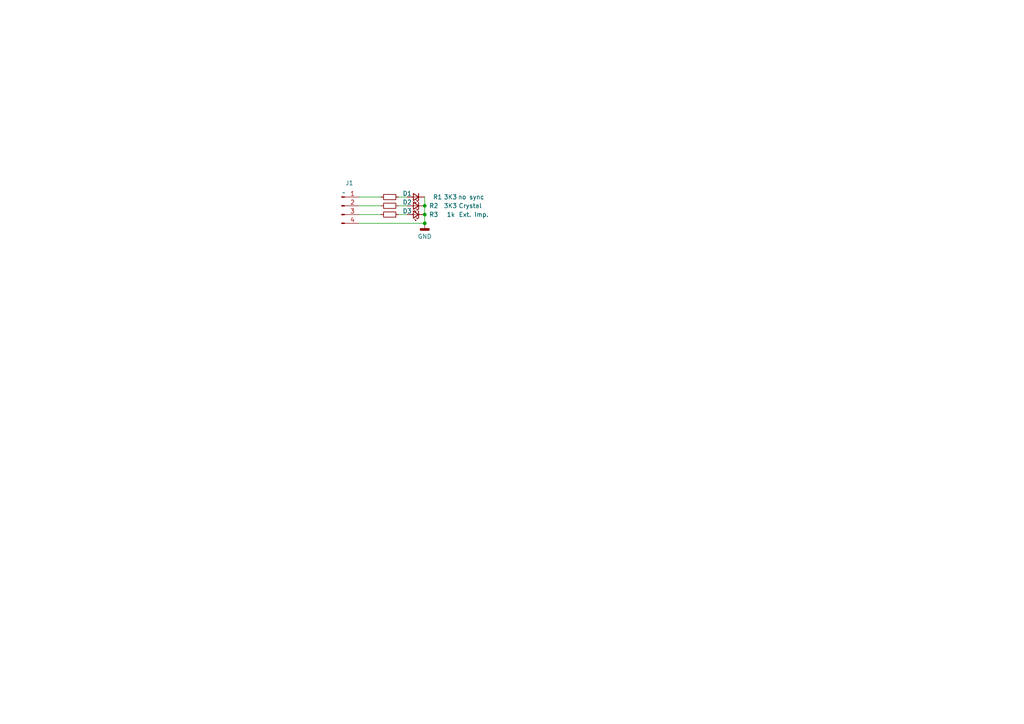
<source format=kicad_sch>
(kicad_sch (version 20231120) (generator "eeschema") (generator_version "8.0")
  (paper "A4")
  (lib_symbols
    (symbol "Connector:Conn_01x04_Pin" (pin_names (offset 1.016) hide)
      (property "Reference" "J" (at 0 5.08 0))
      (property "Value" "Conn_01x04_Pin" (at 0 -7.62 0))
      (symbol "Conn_01x04_Pin_1_1"
        (polyline (pts (xy 1.27 -5.08) (xy 0.8636 -5.08)) (stroke (width 0.1524)))
        (polyline (pts (xy 1.27 -2.54) (xy 0.8636 -2.54)) (stroke (width 0.1524)))
        (polyline (pts (xy 1.27 0) (xy 0.8636 0)) (stroke (width 0.1524)))
        (polyline (pts (xy 1.27 2.54) (xy 0.8636 2.54)) (stroke (width 0.1524)))
        (rectangle (start 0.8636 -4.953) (end 0 -5.207) (stroke (width 0.1524)) (fill (type outline)))
        (rectangle (start 0.8636 -2.413) (end 0 -2.667) (stroke (width 0.1524)) (fill (type outline)))
        (rectangle (start 0.8636 0.127) (end 0 -0.127) (stroke (width 0.1524)) (fill (type outline)))
        (rectangle (start 0.8636 2.667) (end 0 2.413) (stroke (width 0.1524)) (fill (type outline)))
        (pin passive line (at 5.08 2.54 180) (length 3.81) (name "Pin_1") (number "1"))
        (pin passive line (at 5.08 0 180) (length 3.81) (name "Pin_2") (number "2"))
        (pin passive line (at 5.08 -2.54 180) (length 3.81) (name "Pin_3") (number "3"))
        (pin passive line (at 5.08 -5.08 180) (length 3.81) (name "Pin_4") (number "4"))
      )
    )
    (symbol "Device:LED_Small" (pin_numbers hide) (pin_names (offset 0.254) hide)
      (property "Reference" "D" (at -1.27 3.175 0))
      (property "Value" "LED_Small" (at -4.445 -2.54 0))
      (symbol "LED_Small_0_1"
        (polyline (pts (xy -0.762 -1.016) (xy -0.762 1.016)) (stroke (width 0.254)))
        (polyline (pts (xy 1.016 0) (xy -0.762 0)))
        (polyline (pts (xy 0.762 -1.016) (xy -0.762 0) (xy 0.762 1.016) (xy 0.762 -1.016)) (stroke (width 0.254)))
        (polyline (pts (xy 0 0.762) (xy -0.508 1.27) (xy -0.254 1.27) (xy -0.508 1.27) (xy -0.508 1.016)))
        (polyline (pts (xy 0.508 1.27) (xy 0 1.778) (xy 0.254 1.778) (xy 0 1.778) (xy 0 1.524)))
      )
      (symbol "LED_Small_1_1"
        (pin passive line (at -2.54 0 0) (length 1.778) (name "K") (number "1"))
        (pin passive line (at 2.54 0 180) (length 1.778) (name "A") (number "2"))
      )
    )
    (symbol "Device:R_Small" (pin_numbers hide) (pin_names (offset 0.254) hide)
      (property "Reference" "R" (at 0.762 0.508 0))
      (property "Value" "R_Small" (at 0.762 -1.016 0))
      (symbol "R_Small_0_1"
        (rectangle (start -0.762 1.778) (end 0.762 -1.778) (stroke (width 0.2032)))
      )
      (symbol "R_Small_1_1"
        (pin passive line (at 0 2.54 270) (length 0.762) (name "~") (number "1"))
        (pin passive line (at 0 -2.54 90) (length 0.762) (name "~") (number "2"))
      )
    )
    (symbol "power:GNDD" (power) (pin_numbers hide) (pin_names (offset 0) hide)
      (property "Value" "GNDD" (at 0 -3.175 0))
      (symbol "GNDD_0_1"
        (rectangle (start -1.27 -1.524) (end 1.27 -2.032) (stroke (width 0.254)) (fill (type outline)))
        (polyline (pts (xy 0 0) (xy 0 -1.524)))
      )
      (symbol "GNDD_1_1"
        (pin power_in line (at 0 0 270) (length 0) (name "~") (number "1"))
      )
    )
  )
  (junction (at 123.19 62.23))
  (junction (at 123.19 59.69))
  (junction (at 123.19 64.77))
  (wire (pts (xy 104.14 57.15) (xy 110.49 57.15)))
  (wire (pts (xy 123.19 64.77) (xy 104.14 64.77)))
  (wire (pts (xy 118.11 57.15) (xy 115.57 57.15)))
  (wire (pts (xy 123.19 57.15) (xy 123.19 59.69)))
  (wire (pts (xy 123.19 59.69) (xy 123.19 62.23)))
  (wire (pts (xy 115.57 59.69) (xy 118.11 59.69)))
  (wire (pts (xy 104.14 62.23) (xy 110.49 62.23)))
  (wire (pts (xy 118.11 62.23) (xy 115.57 62.23)))
  (wire (pts (xy 123.19 62.23) (xy 123.19 64.77)))
  (wire (pts (xy 104.14 59.69) (xy 110.49 59.69)))
  (symbol (lib_id "power:GNDD") (at 123.19 64.77 0) (unit 1)
    (property "Reference" "#PWR01" (effects (hide yes)))
    (property "Value" "GND" (at 123.19 68.58 0))
    (property "Description" "Power symbol creates a global label with name \"GNDD\" , digital ground" (effects (hide yes)))
  )
  (symbol (lib_id "Connector:Conn_01x04_Pin") (at 99.06 59.69 0) (unit 1)
    (property "Reference" "J1" (at 101.346 53.086 0))
    (property "Value" "~" (at 99.695 55.88 0))
    (property "Footprint" "easyEDA:HDR-SMD_HX-PM2.54-1X4P-TP-YQ" (effects (hide yes)))
    (property "Description" "Generic connector, single row, 01x04, script generated" (effects (hide yes)))
  )
  (symbol (lib_id "Device:LED_Small") (at 120.65 59.69 180) (unit 1)
    (property "Reference" "D2" (at 118.11 58.674 0))
    (property "Value" "Crystal" (at 136.398 59.69 0))
    (property "Footprint" "LED_SMD:LED_0805_2012Metric" (effects (hide yes)))
    (property "Datasheet" "https://datasheet.lcsc.com/lcsc/1806151820_Hubei-KENTO-Elec-KT-0805G_C2297.pdf" (effects (hide yes)))
    (property "LCSC" "C2297" (effects (hide yes)))
    (property "Inventory" "B" (effects (hide yes)))
  )
  (symbol (lib_id "Device:R_Small") (at 113.03 57.15 90) (unit 1)
    (property "Reference" "R1" (at 128.27 57.15 90) (effects (justify left)))
    (property "Value" "3K3" (at 132.588 57.15 90) (effects (justify left)))
    (property "Footprint" "Resistor_SMD:R_0603_1608Metric" (effects (hide yes)))
    (property "LCSC" "C26010" (effects (hide yes)))
    (property "Inventory" "B" (effects (hide yes)))
  )
  (symbol (lib_id "Device:LED_Small") (at 120.65 62.23 180) (unit 1)
    (property "Reference" "D3" (at 118.11 61.214 0))
    (property "Value" "Ext. Imp." (at 137.414 62.23 0))
    (property "Footprint" "LED_SMD:LED_0805_2012Metric" (effects (hide yes)))
    (property "Datasheet" "https://datasheet.lcsc.com/lcsc/1806151820_Hubei-KENTO-Elec-KT-0805G_C2297.pdf" (effects (hide yes)))
    (property "LCSC" "C2297" (effects (hide yes)))
    (property "Inventory" "B" (effects (hide yes)))
  )
  (symbol (lib_id "Device:R_Small") (at 113.03 62.23 270) (unit 1)
    (property "Reference" "R3" (at 124.46 62.23 90) (effects (justify left)))
    (property "Value" "1k" (at 129.54 62.23 90) (effects (justify left)))
    (property "Footprint" "Resistor_SMD:R_0603_1608Metric" (effects (hide yes)))
    (property "LCSC" "C26010" (effects (hide yes)))
    (property "Inventory" "B" (effects (hide yes)))
  )
  (symbol (lib_id "Device:LED_Small") (at 120.65 57.15 180) (unit 1)
    (property "Reference" "D1" (at 118.11 56.134 0))
    (property "Value" "no sync" (at 136.652 57.15 0))
    (property "Footprint" "LED_SMD:LED_0805_2012Metric" (effects (hide yes)))
    (property "Datasheet" "https://datasheet.lcsc.com/lcsc/1806151820_Hubei-KENTO-Elec-KT-0805G_C2297.pdf" (effects (hide yes)))
    (property "LCSC" "C2297" (effects (hide yes)))
    (property "Inventory" "B" (effects (hide yes)))
  )
  (symbol (lib_id "Device:R_Small") (at 113.03 59.69 90) (unit 1)
    (property "Reference" "R2" (at 124.46 59.69 90) (effects (justify right)))
    (property "Value" "3K3" (at 132.588 59.69 90) (effects (justify left)))
    (property "Footprint" "Resistor_SMD:R_0603_1608Metric" (effects (hide yes)))
    (property "LCSC" "C26010" (effects (hide yes)))
    (property "Inventory" "B" (effects (hide yes)))
  )
)
</source>
